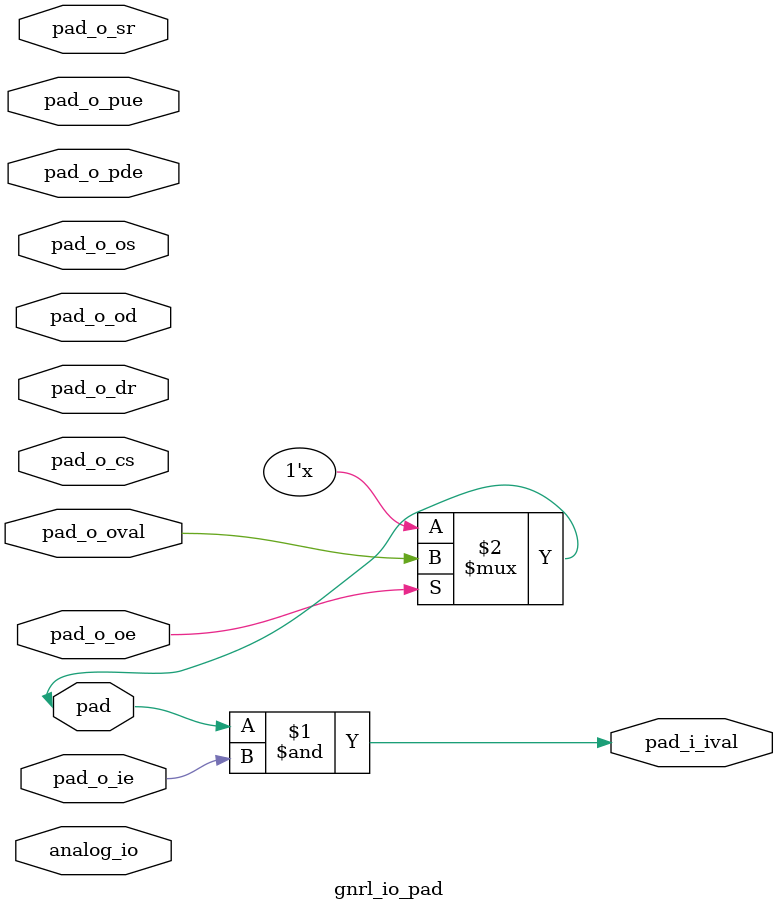
<source format=v>
module gnrl_io_pad#(
  parameter PUP = 1,
  parameter PDN = 1
  ) (
  output             pad_i_ival                    ,
  input              pad_o_ie                      ,
  input              pad_o_oval                    ,
  input              pad_o_oe                      ,
  input              pad_o_pue                     ,
  input              pad_o_pde                     ,
  input              pad_o_os                      ,
  input              pad_o_od                      ,
  input              pad_o_cs                      ,
  input              pad_o_dr                      ,
  input              pad_o_sr                      ,
 // input              pad_o_keep                    ,
 // input              pad_o_analog                  ,
//  input              pad_o_spw                     ,

  inout              pad                           ,
  inout              analog_io                     

);

//wire pad_o_pue_analog;
//wire pad_o_pde_analog;
//wire pad_o_oe_analog;
//assign pad_o_pue_analog  = pad_o_analog ? 1'b0 : pad_o_pue;
//assign pad_o_pde_analog  = pad_o_analog ? 1'b0 : pad_o_pde;
//assign pad_o_oe_analog   = pad_o_analog ? 1'b0 : pad_o_oe;

//wire pad_o_keep_analog;
//assign pad_o_keep_analog = pad_o_analog ? 1'b0 : pad_o_keep;
//wire pad_o_pue_keep;
//wire pad_o_pde_keep;
//assign pad_o_pue_keep = pad_o_keep_analog ? pad_i_ival : pad_o_pue_analog;
//assign pad_o_pde_keep = pad_o_keep_analog ? ~pad_i_ival : pad_o_pde_analog;

`ifdef TECH_HH90
    generate

RCMCU_PLBMUX u_pad (
    .PAD     (pad           ),
    .Y       (pad_i_ival    ),
    .YA      (analog_io     ),
    .A       (pad_o_oval    ),
    .IE      (pad_o_ie      ),
    .OS      (pad_o_os      ),
    .PD      (pad_o_pde     ),
    .OD      (pad_o_od      ),
    .PU      (pad_o_pue     ),
    .CS      (pad_o_cs	    ),   //cmos or schmitt
    .OE      (pad_o_oe      ),
    .DR      (pad_o_dr      ), //drive stren
    .SR      (pad_o_sr      )
    );

endgenerate

`endif

`ifndef TECH_HH90 
  `ifndef SYNTHESIS 

generate
if (PUP == 1)
begin
wire pupwire;
pullup(pupwire);
tranif1(pupwire, pad, pad_o_pue);
end
if (PDN == 1)
begin
wire pdnwire;
pulldown(pdnwire);
tranif1(pdnwire, pad, pad_o_pde);
end
endgenerate
  `endif 
assign pad_i_ival = pad & pad_o_ie;
assign pad = pad_o_oe ? pad_o_oval : 1'bz;
`endif 
endmodule
</source>
